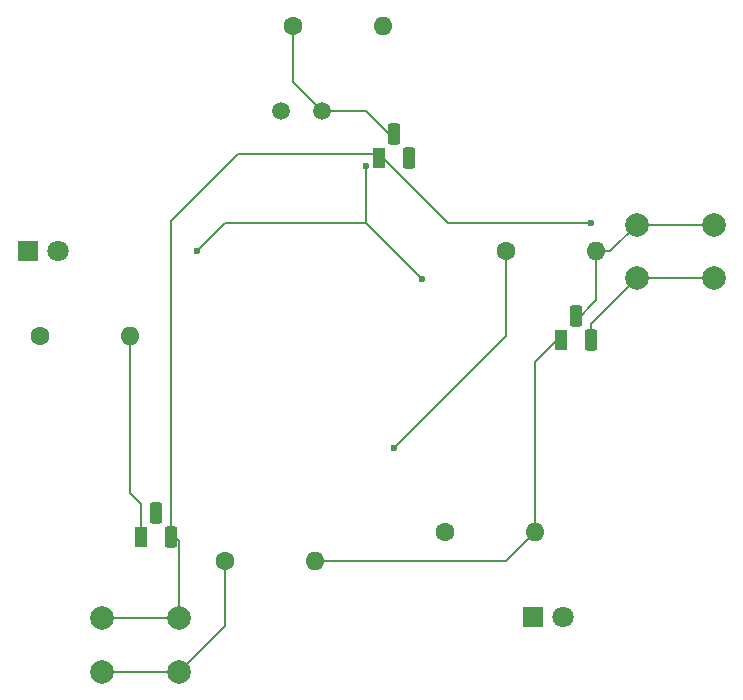
<source format=gbr>
%TF.GenerationSoftware,KiCad,Pcbnew,8.0.8*%
%TF.CreationDate,2025-06-30T13:56:02-06:00*%
%TF.ProjectId,SolderNunu,536f6c64-6572-44e7-956e-752e6b696361,rev?*%
%TF.SameCoordinates,Original*%
%TF.FileFunction,Copper,L1,Top*%
%TF.FilePolarity,Positive*%
%FSLAX46Y46*%
G04 Gerber Fmt 4.6, Leading zero omitted, Abs format (unit mm)*
G04 Created by KiCad (PCBNEW 8.0.8) date 2025-06-30 13:56:02*
%MOMM*%
%LPD*%
G01*
G04 APERTURE LIST*
G04 Aperture macros list*
%AMRoundRect*
0 Rectangle with rounded corners*
0 $1 Rounding radius*
0 $2 $3 $4 $5 $6 $7 $8 $9 X,Y pos of 4 corners*
0 Add a 4 corners polygon primitive as box body*
4,1,4,$2,$3,$4,$5,$6,$7,$8,$9,$2,$3,0*
0 Add four circle primitives for the rounded corners*
1,1,$1+$1,$2,$3*
1,1,$1+$1,$4,$5*
1,1,$1+$1,$6,$7*
1,1,$1+$1,$8,$9*
0 Add four rect primitives between the rounded corners*
20,1,$1+$1,$2,$3,$4,$5,0*
20,1,$1+$1,$4,$5,$6,$7,0*
20,1,$1+$1,$6,$7,$8,$9,0*
20,1,$1+$1,$8,$9,$2,$3,0*%
G04 Aperture macros list end*
%TA.AperFunction,ComponentPad*%
%ADD10C,1.600000*%
%TD*%
%TA.AperFunction,ComponentPad*%
%ADD11O,1.600000X1.600000*%
%TD*%
%TA.AperFunction,ComponentPad*%
%ADD12R,1.100000X1.800000*%
%TD*%
%TA.AperFunction,ComponentPad*%
%ADD13RoundRect,0.275000X-0.275000X-0.625000X0.275000X-0.625000X0.275000X0.625000X-0.275000X0.625000X0*%
%TD*%
%TA.AperFunction,ComponentPad*%
%ADD14R,1.800000X1.800000*%
%TD*%
%TA.AperFunction,ComponentPad*%
%ADD15C,1.800000*%
%TD*%
%TA.AperFunction,ComponentPad*%
%ADD16C,2.000000*%
%TD*%
%TA.AperFunction,ComponentPad*%
%ADD17C,1.500000*%
%TD*%
%TA.AperFunction,ViaPad*%
%ADD18C,0.600000*%
%TD*%
%TA.AperFunction,Conductor*%
%ADD19C,0.200000*%
%TD*%
G04 APERTURE END LIST*
D10*
%TO.P,R5,1*%
%TO.N,Net-(Q2-C)*%
X150018750Y-73818750D03*
D11*
%TO.P,R5,2*%
%TO.N,Net-(Q1-B)*%
X157638750Y-73818750D03*
%TD*%
D10*
%TO.P,R3,1*%
%TO.N,Net-(D2-K)*%
X144780000Y-97631250D03*
D11*
%TO.P,R3,2*%
%TO.N,Net-(Q1-C)*%
X152400000Y-97631250D03*
%TD*%
D12*
%TO.P,Q2,1,C*%
%TO.N,Net-(Q2-C)*%
X119062500Y-98031250D03*
D13*
%TO.P,Q2,2,B*%
%TO.N,Net-(Q2-B)*%
X120332500Y-95961250D03*
%TO.P,Q2,3,E*%
%TO.N,Net-(Q1-E)*%
X121602500Y-98031250D03*
%TD*%
D12*
%TO.P,Q3,1,C*%
%TO.N,Net-(Q1-E)*%
X139223750Y-65963750D03*
D13*
%TO.P,Q3,2,B*%
%TO.N,Net-(Q3-B)*%
X140493750Y-63893750D03*
%TO.P,Q3,3,E*%
%TO.N,Net-(BT1--)*%
X141763750Y-65963750D03*
%TD*%
D14*
%TO.P,D2,1,K*%
%TO.N,Net-(D2-K)*%
X152241250Y-104775000D03*
D15*
%TO.P,D2,2,A*%
%TO.N,Net-(BT1-+)*%
X154781250Y-104775000D03*
%TD*%
D10*
%TO.P,R1,1*%
%TO.N,Net-(Q3-B)*%
X131921250Y-54768750D03*
D11*
%TO.P,R1,2*%
%TO.N,Net-(BT1-+)*%
X139541250Y-54768750D03*
%TD*%
D16*
%TO.P,SW2,1,1*%
%TO.N,Net-(Q1-B)*%
X161056250Y-71568750D03*
X167556250Y-71568750D03*
%TO.P,SW2,2,2*%
%TO.N,Net-(Q1-E)*%
X161056250Y-76068750D03*
X167556250Y-76068750D03*
%TD*%
D10*
%TO.P,R6,1*%
%TO.N,Net-(Q2-B)*%
X126206250Y-100012500D03*
D11*
%TO.P,R6,2*%
%TO.N,Net-(Q1-C)*%
X133826250Y-100012500D03*
%TD*%
D17*
%TO.P,R4,1*%
%TO.N,Net-(BT1--)*%
X130968750Y-61912500D03*
%TO.P,R4,2*%
%TO.N,Net-(Q3-B)*%
X134368750Y-61912500D03*
%TD*%
D10*
%TO.P,R2,1*%
%TO.N,Net-(D1-K)*%
X110490000Y-80962500D03*
D11*
%TO.P,R2,2*%
%TO.N,Net-(Q2-C)*%
X118110000Y-80962500D03*
%TD*%
D16*
%TO.P,SW1,1,1*%
%TO.N,Net-(Q1-E)*%
X115812500Y-104906250D03*
X122312500Y-104906250D03*
%TO.P,SW1,2,2*%
%TO.N,Net-(Q2-B)*%
X115812500Y-109406250D03*
X122312500Y-109406250D03*
%TD*%
D12*
%TO.P,Q1,1,C*%
%TO.N,Net-(Q1-C)*%
X154622500Y-81362500D03*
D13*
%TO.P,Q1,2,B*%
%TO.N,Net-(Q1-B)*%
X155892500Y-79292500D03*
%TO.P,Q1,3,E*%
%TO.N,Net-(Q1-E)*%
X157162500Y-81362500D03*
%TD*%
D14*
%TO.P,D1,1,K*%
%TO.N,Net-(D1-K)*%
X109537500Y-73818750D03*
D15*
%TO.P,D1,2,A*%
%TO.N,Net-(BT1-+)*%
X112077500Y-73818750D03*
%TD*%
D18*
%TO.N,Net-(BT1-+)*%
X138112500Y-66563750D03*
%TO.N,Net-(Q2-C)*%
X140493750Y-90487500D03*
%TO.N,Net-(BT1-+)*%
X123825000Y-73818750D03*
X142875000Y-76200000D03*
%TO.N,Net-(Q1-E)*%
X157162500Y-71437500D03*
%TD*%
D19*
%TO.N,Net-(BT1-+)*%
X138112500Y-66563750D02*
X138112500Y-71437500D01*
%TO.N,Net-(Q2-C)*%
X150018750Y-80962500D02*
X150018750Y-73818750D01*
X140493750Y-90487500D02*
X150018750Y-80962500D01*
X118110000Y-94297500D02*
X118110000Y-80962500D01*
X119062500Y-95250000D02*
X118110000Y-94297500D01*
X119062500Y-97631250D02*
X119062500Y-95250000D01*
%TO.N,Net-(BT1-+)*%
X126206250Y-71437500D02*
X123825000Y-73818750D01*
X142875000Y-76200000D02*
X138112500Y-71437500D01*
X138112500Y-71437500D02*
X126206250Y-71437500D01*
%TO.N,Net-(Q1-B)*%
X157638750Y-77946250D02*
X155892500Y-79692500D01*
X158806250Y-73818750D02*
X157638750Y-73818750D01*
X167556250Y-71568750D02*
X161056250Y-71568750D01*
X161056250Y-71568750D02*
X158806250Y-73818750D01*
X157638750Y-73818750D02*
X157638750Y-77946250D01*
%TO.N,Net-(Q1-C)*%
X152400000Y-97631250D02*
X152400000Y-83185000D01*
X150018750Y-100012500D02*
X152400000Y-97631250D01*
X152400000Y-83185000D02*
X154622500Y-80962500D01*
X133826250Y-100012500D02*
X150018750Y-100012500D01*
%TO.N,Net-(Q1-E)*%
X121602500Y-97631250D02*
X122312500Y-98341250D01*
X121602500Y-71278750D02*
X121602500Y-97631250D01*
X127317500Y-65563750D02*
X121602500Y-71278750D01*
X157162500Y-79962500D02*
X161056250Y-76068750D01*
X122312500Y-104906250D02*
X115812500Y-104906250D01*
X139223750Y-65563750D02*
X127317500Y-65563750D01*
X122312500Y-98341250D02*
X122312500Y-104906250D01*
X161056250Y-76068750D02*
X167556250Y-76068750D01*
X139223750Y-65563750D02*
X145097500Y-71437500D01*
X145097500Y-71437500D02*
X157162500Y-71437500D01*
X157162500Y-80962500D02*
X157162500Y-79962500D01*
%TO.N,Net-(Q2-B)*%
X126206250Y-105512500D02*
X126206250Y-100012500D01*
X115812500Y-109406250D02*
X122312500Y-109406250D01*
X122312500Y-109406250D02*
X126206250Y-105512500D01*
%TO.N,Net-(Q3-B)*%
X138112500Y-61912500D02*
X140493750Y-64293750D01*
X131921250Y-54768750D02*
X131921250Y-59465000D01*
X134368750Y-61912500D02*
X138112500Y-61912500D01*
X131921250Y-59465000D02*
X134368750Y-61912500D01*
%TD*%
M02*

</source>
